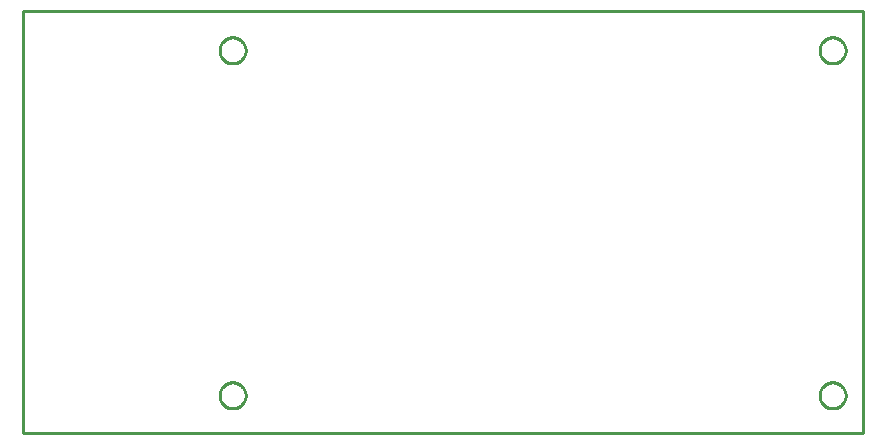
<source format=gbr>
G04 EAGLE Gerber RS-274X export*
G75*
%MOMM*%
%FSLAX34Y34*%
%LPD*%
%IN*%
%IPPOS*%
%AMOC8*
5,1,8,0,0,1.08239X$1,22.5*%
G01*
%ADD10C,0.254000*%


D10*
X0Y0D02*
X711900Y0D01*
X711900Y356800D01*
X0Y356800D01*
X0Y0D01*
X674800Y32182D02*
X674868Y33044D01*
X675003Y33898D01*
X675205Y34738D01*
X675472Y35560D01*
X675803Y36359D01*
X676195Y37129D01*
X676647Y37866D01*
X677155Y38565D01*
X677716Y39223D01*
X678327Y39834D01*
X678985Y40395D01*
X679684Y40903D01*
X680421Y41355D01*
X681191Y41747D01*
X681990Y42078D01*
X682812Y42345D01*
X683652Y42547D01*
X684506Y42682D01*
X685368Y42750D01*
X686232Y42750D01*
X687094Y42682D01*
X687948Y42547D01*
X688788Y42345D01*
X689610Y42078D01*
X690409Y41747D01*
X691179Y41355D01*
X691916Y40903D01*
X692615Y40395D01*
X693273Y39834D01*
X693884Y39223D01*
X694445Y38565D01*
X694953Y37866D01*
X695405Y37129D01*
X695797Y36359D01*
X696128Y35560D01*
X696395Y34738D01*
X696597Y33898D01*
X696732Y33044D01*
X696800Y32182D01*
X696800Y31318D01*
X696732Y30456D01*
X696597Y29602D01*
X696395Y28762D01*
X696128Y27940D01*
X695797Y27141D01*
X695405Y26371D01*
X694953Y25634D01*
X694445Y24935D01*
X693884Y24277D01*
X693273Y23666D01*
X692615Y23105D01*
X691916Y22597D01*
X691179Y22145D01*
X690409Y21753D01*
X689610Y21422D01*
X688788Y21155D01*
X687948Y20953D01*
X687094Y20818D01*
X686232Y20750D01*
X685368Y20750D01*
X684506Y20818D01*
X683652Y20953D01*
X682812Y21155D01*
X681990Y21422D01*
X681191Y21753D01*
X680421Y22145D01*
X679684Y22597D01*
X678985Y23105D01*
X678327Y23666D01*
X677716Y24277D01*
X677155Y24935D01*
X676647Y25634D01*
X676195Y26371D01*
X675803Y27141D01*
X675472Y27940D01*
X675205Y28762D01*
X675003Y29602D01*
X674868Y30456D01*
X674800Y31318D01*
X674800Y32182D01*
X166800Y32182D02*
X166868Y33044D01*
X167003Y33898D01*
X167205Y34738D01*
X167472Y35560D01*
X167803Y36359D01*
X168195Y37129D01*
X168647Y37866D01*
X169155Y38565D01*
X169716Y39223D01*
X170327Y39834D01*
X170985Y40395D01*
X171684Y40903D01*
X172421Y41355D01*
X173191Y41747D01*
X173990Y42078D01*
X174812Y42345D01*
X175652Y42547D01*
X176506Y42682D01*
X177368Y42750D01*
X178232Y42750D01*
X179094Y42682D01*
X179948Y42547D01*
X180788Y42345D01*
X181610Y42078D01*
X182409Y41747D01*
X183179Y41355D01*
X183916Y40903D01*
X184615Y40395D01*
X185273Y39834D01*
X185884Y39223D01*
X186445Y38565D01*
X186953Y37866D01*
X187405Y37129D01*
X187797Y36359D01*
X188128Y35560D01*
X188395Y34738D01*
X188597Y33898D01*
X188732Y33044D01*
X188800Y32182D01*
X188800Y31318D01*
X188732Y30456D01*
X188597Y29602D01*
X188395Y28762D01*
X188128Y27940D01*
X187797Y27141D01*
X187405Y26371D01*
X186953Y25634D01*
X186445Y24935D01*
X185884Y24277D01*
X185273Y23666D01*
X184615Y23105D01*
X183916Y22597D01*
X183179Y22145D01*
X182409Y21753D01*
X181610Y21422D01*
X180788Y21155D01*
X179948Y20953D01*
X179094Y20818D01*
X178232Y20750D01*
X177368Y20750D01*
X176506Y20818D01*
X175652Y20953D01*
X174812Y21155D01*
X173990Y21422D01*
X173191Y21753D01*
X172421Y22145D01*
X171684Y22597D01*
X170985Y23105D01*
X170327Y23666D01*
X169716Y24277D01*
X169155Y24935D01*
X168647Y25634D01*
X168195Y26371D01*
X167803Y27141D01*
X167472Y27940D01*
X167205Y28762D01*
X167003Y29602D01*
X166868Y30456D01*
X166800Y31318D01*
X166800Y32182D01*
X674800Y324282D02*
X674868Y325144D01*
X675003Y325998D01*
X675205Y326838D01*
X675472Y327660D01*
X675803Y328459D01*
X676195Y329229D01*
X676647Y329966D01*
X677155Y330665D01*
X677716Y331323D01*
X678327Y331934D01*
X678985Y332495D01*
X679684Y333003D01*
X680421Y333455D01*
X681191Y333847D01*
X681990Y334178D01*
X682812Y334445D01*
X683652Y334647D01*
X684506Y334782D01*
X685368Y334850D01*
X686232Y334850D01*
X687094Y334782D01*
X687948Y334647D01*
X688788Y334445D01*
X689610Y334178D01*
X690409Y333847D01*
X691179Y333455D01*
X691916Y333003D01*
X692615Y332495D01*
X693273Y331934D01*
X693884Y331323D01*
X694445Y330665D01*
X694953Y329966D01*
X695405Y329229D01*
X695797Y328459D01*
X696128Y327660D01*
X696395Y326838D01*
X696597Y325998D01*
X696732Y325144D01*
X696800Y324282D01*
X696800Y323418D01*
X696732Y322556D01*
X696597Y321702D01*
X696395Y320862D01*
X696128Y320040D01*
X695797Y319241D01*
X695405Y318471D01*
X694953Y317734D01*
X694445Y317035D01*
X693884Y316377D01*
X693273Y315766D01*
X692615Y315205D01*
X691916Y314697D01*
X691179Y314245D01*
X690409Y313853D01*
X689610Y313522D01*
X688788Y313255D01*
X687948Y313053D01*
X687094Y312918D01*
X686232Y312850D01*
X685368Y312850D01*
X684506Y312918D01*
X683652Y313053D01*
X682812Y313255D01*
X681990Y313522D01*
X681191Y313853D01*
X680421Y314245D01*
X679684Y314697D01*
X678985Y315205D01*
X678327Y315766D01*
X677716Y316377D01*
X677155Y317035D01*
X676647Y317734D01*
X676195Y318471D01*
X675803Y319241D01*
X675472Y320040D01*
X675205Y320862D01*
X675003Y321702D01*
X674868Y322556D01*
X674800Y323418D01*
X674800Y324282D01*
X166800Y324282D02*
X166868Y325144D01*
X167003Y325998D01*
X167205Y326838D01*
X167472Y327660D01*
X167803Y328459D01*
X168195Y329229D01*
X168647Y329966D01*
X169155Y330665D01*
X169716Y331323D01*
X170327Y331934D01*
X170985Y332495D01*
X171684Y333003D01*
X172421Y333455D01*
X173191Y333847D01*
X173990Y334178D01*
X174812Y334445D01*
X175652Y334647D01*
X176506Y334782D01*
X177368Y334850D01*
X178232Y334850D01*
X179094Y334782D01*
X179948Y334647D01*
X180788Y334445D01*
X181610Y334178D01*
X182409Y333847D01*
X183179Y333455D01*
X183916Y333003D01*
X184615Y332495D01*
X185273Y331934D01*
X185884Y331323D01*
X186445Y330665D01*
X186953Y329966D01*
X187405Y329229D01*
X187797Y328459D01*
X188128Y327660D01*
X188395Y326838D01*
X188597Y325998D01*
X188732Y325144D01*
X188800Y324282D01*
X188800Y323418D01*
X188732Y322556D01*
X188597Y321702D01*
X188395Y320862D01*
X188128Y320040D01*
X187797Y319241D01*
X187405Y318471D01*
X186953Y317734D01*
X186445Y317035D01*
X185884Y316377D01*
X185273Y315766D01*
X184615Y315205D01*
X183916Y314697D01*
X183179Y314245D01*
X182409Y313853D01*
X181610Y313522D01*
X180788Y313255D01*
X179948Y313053D01*
X179094Y312918D01*
X178232Y312850D01*
X177368Y312850D01*
X176506Y312918D01*
X175652Y313053D01*
X174812Y313255D01*
X173990Y313522D01*
X173191Y313853D01*
X172421Y314245D01*
X171684Y314697D01*
X170985Y315205D01*
X170327Y315766D01*
X169716Y316377D01*
X169155Y317035D01*
X168647Y317734D01*
X168195Y318471D01*
X167803Y319241D01*
X167472Y320040D01*
X167205Y320862D01*
X167003Y321702D01*
X166868Y322556D01*
X166800Y323418D01*
X166800Y324282D01*
M02*

</source>
